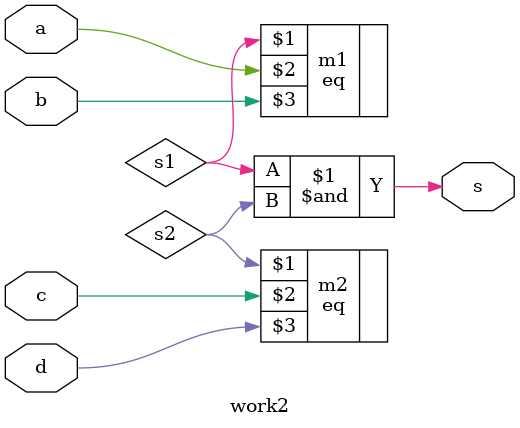
<source format=v>
module work2(s,a,b,c,d);
    input a,b,c,d;
    output s;
    wire s1,s2;
    eq m1(s1, a, b);
    eq m2(s2, c, d);
    assign s = s1 & s2;
endmodule
</source>
